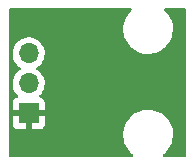
<source format=gbr>
%TF.GenerationSoftware,KiCad,Pcbnew,(6.0.2-0)*%
%TF.CreationDate,2022-08-03T15:23:41+02:00*%
%TF.ProjectId,Amon_led_board,416d6f6e-5f6c-4656-945f-626f6172642e,2*%
%TF.SameCoordinates,Original*%
%TF.FileFunction,Copper,L2,Bot*%
%TF.FilePolarity,Positive*%
%FSLAX46Y46*%
G04 Gerber Fmt 4.6, Leading zero omitted, Abs format (unit mm)*
G04 Created by KiCad (PCBNEW (6.0.2-0)) date 2022-08-03 15:23:41*
%MOMM*%
%LPD*%
G01*
G04 APERTURE LIST*
%TA.AperFunction,ComponentPad*%
%ADD10R,1.700000X1.700000*%
%TD*%
%TA.AperFunction,ComponentPad*%
%ADD11O,1.700000X1.700000*%
%TD*%
%TA.AperFunction,ViaPad*%
%ADD12C,0.700000*%
%TD*%
G04 APERTURE END LIST*
D10*
%TO.P,J1,1,Pin_1*%
%TO.N,GND*%
X139192000Y-96809800D03*
D11*
%TO.P,J1,2,Pin_2*%
%TO.N,Net-(J1-Pad2)*%
X139192000Y-94269800D03*
%TO.P,J1,3,Pin_3*%
%TO.N,Net-(J1-Pad3)*%
X139192000Y-91729800D03*
%TD*%
D12*
%TO.N,GND*%
X138379200Y-99500000D03*
X140055600Y-99500000D03*
X138430000Y-88800000D03*
X141833600Y-99500000D03*
X151600000Y-91300000D03*
X140055600Y-88800000D03*
X151600000Y-96800000D03*
X146913600Y-94335600D03*
X146913600Y-92405200D03*
%TD*%
%TA.AperFunction,Conductor*%
%TO.N,GND*%
G36*
X147863287Y-87904002D02*
G01*
X147909780Y-87957658D01*
X147919884Y-88027932D01*
X147890390Y-88092512D01*
X147880937Y-88102300D01*
X147759378Y-88215260D01*
X147577287Y-88437732D01*
X147427073Y-88682858D01*
X147311517Y-88946102D01*
X147232756Y-89222594D01*
X147192249Y-89507216D01*
X147192227Y-89511505D01*
X147192226Y-89511512D01*
X147190765Y-89790417D01*
X147190743Y-89794703D01*
X147228268Y-90079734D01*
X147304129Y-90357036D01*
X147305813Y-90360984D01*
X147397657Y-90576307D01*
X147416923Y-90621476D01*
X147564561Y-90868161D01*
X147744313Y-91092528D01*
X147761397Y-91108740D01*
X147919849Y-91259105D01*
X147952851Y-91290423D01*
X148186317Y-91458186D01*
X148190112Y-91460195D01*
X148190113Y-91460196D01*
X148211869Y-91471715D01*
X148440392Y-91592712D01*
X148710373Y-91691511D01*
X148991264Y-91752755D01*
X149019841Y-91755004D01*
X149214282Y-91770307D01*
X149214291Y-91770307D01*
X149216739Y-91770500D01*
X149372271Y-91770500D01*
X149374407Y-91770354D01*
X149374418Y-91770354D01*
X149582548Y-91756165D01*
X149582554Y-91756164D01*
X149586825Y-91755873D01*
X149591020Y-91755004D01*
X149591022Y-91755004D01*
X149727584Y-91726723D01*
X149868342Y-91697574D01*
X150139343Y-91601607D01*
X150322329Y-91507161D01*
X150391005Y-91471715D01*
X150391006Y-91471715D01*
X150394812Y-91469750D01*
X150398313Y-91467289D01*
X150398317Y-91467287D01*
X150512417Y-91387096D01*
X150630023Y-91304441D01*
X150840622Y-91108740D01*
X151022713Y-90886268D01*
X151172927Y-90641142D01*
X151288483Y-90377898D01*
X151289966Y-90372694D01*
X151366068Y-90105534D01*
X151367244Y-90101406D01*
X151407751Y-89816784D01*
X151407845Y-89798951D01*
X151409235Y-89533583D01*
X151409235Y-89533576D01*
X151409257Y-89529297D01*
X151371732Y-89244266D01*
X151295871Y-88966964D01*
X151183077Y-88702524D01*
X151035439Y-88455839D01*
X150855687Y-88231472D01*
X150852580Y-88228524D01*
X150852574Y-88228517D01*
X150718617Y-88101397D01*
X150682972Y-88039997D01*
X150686181Y-87969073D01*
X150727225Y-87911143D01*
X150793073Y-87884599D01*
X150805349Y-87884000D01*
X152366000Y-87884000D01*
X152434121Y-87904002D01*
X152480614Y-87957658D01*
X152492000Y-88010000D01*
X152492000Y-100366000D01*
X152471998Y-100434121D01*
X152418342Y-100480614D01*
X152366000Y-100492000D01*
X150677329Y-100492000D01*
X150609208Y-100471998D01*
X150562715Y-100418342D01*
X150552611Y-100348068D01*
X150582105Y-100283488D01*
X150604879Y-100262913D01*
X150626512Y-100247710D01*
X150626525Y-100247699D01*
X150630023Y-100245241D01*
X150840622Y-100049540D01*
X151022713Y-99827068D01*
X151172927Y-99581942D01*
X151288483Y-99318698D01*
X151367244Y-99042206D01*
X151407751Y-98757584D01*
X151407845Y-98739751D01*
X151409235Y-98474383D01*
X151409235Y-98474376D01*
X151409257Y-98470097D01*
X151371732Y-98185066D01*
X151295871Y-97907764D01*
X151240268Y-97777406D01*
X151184763Y-97647276D01*
X151184761Y-97647272D01*
X151183077Y-97643324D01*
X151035439Y-97396639D01*
X150855687Y-97172272D01*
X150647149Y-96974377D01*
X150413683Y-96806614D01*
X150391843Y-96795050D01*
X150368654Y-96782772D01*
X150159608Y-96672088D01*
X149889627Y-96573289D01*
X149608736Y-96512045D01*
X149577685Y-96509601D01*
X149385718Y-96494493D01*
X149385709Y-96494493D01*
X149383261Y-96494300D01*
X149227729Y-96494300D01*
X149225593Y-96494446D01*
X149225582Y-96494446D01*
X149017452Y-96508635D01*
X149017446Y-96508636D01*
X149013175Y-96508927D01*
X149008980Y-96509796D01*
X149008978Y-96509796D01*
X148874307Y-96537685D01*
X148731658Y-96567226D01*
X148460657Y-96663193D01*
X148205188Y-96795050D01*
X148201687Y-96797511D01*
X148201683Y-96797513D01*
X148191594Y-96804604D01*
X147969977Y-96960359D01*
X147759378Y-97156060D01*
X147577287Y-97378532D01*
X147427073Y-97623658D01*
X147311517Y-97886902D01*
X147232756Y-98163394D01*
X147192249Y-98448016D01*
X147192227Y-98452305D01*
X147192226Y-98452312D01*
X147190765Y-98731217D01*
X147190743Y-98735503D01*
X147228268Y-99020534D01*
X147304129Y-99297836D01*
X147416923Y-99562276D01*
X147564561Y-99808961D01*
X147744313Y-100033328D01*
X147952851Y-100231223D01*
X147998019Y-100263680D01*
X148041665Y-100319672D01*
X148048111Y-100390375D01*
X148015308Y-100453340D01*
X147953672Y-100488574D01*
X147924491Y-100492000D01*
X137634000Y-100492000D01*
X137565879Y-100471998D01*
X137519386Y-100418342D01*
X137508000Y-100366000D01*
X137508000Y-97704469D01*
X137834001Y-97704469D01*
X137834371Y-97711290D01*
X137839895Y-97762152D01*
X137843521Y-97777404D01*
X137888676Y-97897854D01*
X137897214Y-97913449D01*
X137973715Y-98015524D01*
X137986276Y-98028085D01*
X138088351Y-98104586D01*
X138103946Y-98113124D01*
X138224394Y-98158278D01*
X138239649Y-98161905D01*
X138290514Y-98167431D01*
X138297328Y-98167800D01*
X138919885Y-98167800D01*
X138935124Y-98163325D01*
X138936329Y-98161935D01*
X138938000Y-98154252D01*
X138938000Y-98149684D01*
X139446000Y-98149684D01*
X139450475Y-98164923D01*
X139451865Y-98166128D01*
X139459548Y-98167799D01*
X140086669Y-98167799D01*
X140093490Y-98167429D01*
X140144352Y-98161905D01*
X140159604Y-98158279D01*
X140280054Y-98113124D01*
X140295649Y-98104586D01*
X140397724Y-98028085D01*
X140410285Y-98015524D01*
X140486786Y-97913449D01*
X140495324Y-97897854D01*
X140540478Y-97777406D01*
X140544105Y-97762151D01*
X140549631Y-97711286D01*
X140550000Y-97704472D01*
X140550000Y-97081915D01*
X140545525Y-97066676D01*
X140544135Y-97065471D01*
X140536452Y-97063800D01*
X139464115Y-97063800D01*
X139448876Y-97068275D01*
X139447671Y-97069665D01*
X139446000Y-97077348D01*
X139446000Y-98149684D01*
X138938000Y-98149684D01*
X138938000Y-97081915D01*
X138933525Y-97066676D01*
X138932135Y-97065471D01*
X138924452Y-97063800D01*
X137852116Y-97063800D01*
X137836877Y-97068275D01*
X137835672Y-97069665D01*
X137834001Y-97077348D01*
X137834001Y-97704469D01*
X137508000Y-97704469D01*
X137508000Y-94236495D01*
X137829251Y-94236495D01*
X137829548Y-94241648D01*
X137829548Y-94241651D01*
X137835011Y-94336390D01*
X137842110Y-94459515D01*
X137843247Y-94464561D01*
X137843248Y-94464567D01*
X137863119Y-94552739D01*
X137891222Y-94677439D01*
X137975266Y-94884416D01*
X138091987Y-95074888D01*
X138238250Y-95243738D01*
X138242225Y-95247038D01*
X138242231Y-95247044D01*
X138247425Y-95251356D01*
X138287059Y-95310260D01*
X138288555Y-95381241D01*
X138251439Y-95441762D01*
X138211168Y-95466280D01*
X138103946Y-95506476D01*
X138088351Y-95515014D01*
X137986276Y-95591515D01*
X137973715Y-95604076D01*
X137897214Y-95706151D01*
X137888676Y-95721746D01*
X137843522Y-95842194D01*
X137839895Y-95857449D01*
X137834369Y-95908314D01*
X137834000Y-95915128D01*
X137834000Y-96537685D01*
X137838475Y-96552924D01*
X137839865Y-96554129D01*
X137847548Y-96555800D01*
X140531884Y-96555800D01*
X140547123Y-96551325D01*
X140548328Y-96549935D01*
X140549999Y-96542252D01*
X140549999Y-95915131D01*
X140549629Y-95908310D01*
X140544105Y-95857448D01*
X140540479Y-95842196D01*
X140495324Y-95721746D01*
X140486786Y-95706151D01*
X140410285Y-95604076D01*
X140397724Y-95591515D01*
X140295649Y-95515014D01*
X140280054Y-95506476D01*
X140169813Y-95465148D01*
X140113049Y-95422506D01*
X140088349Y-95355945D01*
X140103557Y-95286596D01*
X140125104Y-95257915D01*
X140226430Y-95156944D01*
X140226440Y-95156932D01*
X140230096Y-95153289D01*
X140289594Y-95070489D01*
X140357435Y-94976077D01*
X140360453Y-94971877D01*
X140459430Y-94771611D01*
X140524370Y-94557869D01*
X140553529Y-94336390D01*
X140555156Y-94269800D01*
X140536852Y-94047161D01*
X140482431Y-93830502D01*
X140393354Y-93625640D01*
X140272014Y-93438077D01*
X140121670Y-93272851D01*
X140117619Y-93269652D01*
X140117615Y-93269648D01*
X139950414Y-93137600D01*
X139950410Y-93137598D01*
X139946359Y-93134398D01*
X139905053Y-93111596D01*
X139855084Y-93061164D01*
X139840312Y-92991721D01*
X139865428Y-92925316D01*
X139892780Y-92898709D01*
X139936603Y-92867450D01*
X140071860Y-92770973D01*
X140230096Y-92613289D01*
X140289594Y-92530489D01*
X140357435Y-92436077D01*
X140360453Y-92431877D01*
X140459430Y-92231611D01*
X140524370Y-92017869D01*
X140553529Y-91796390D01*
X140554595Y-91752755D01*
X140555074Y-91733165D01*
X140555074Y-91733161D01*
X140555156Y-91729800D01*
X140536852Y-91507161D01*
X140482431Y-91290502D01*
X140393354Y-91085640D01*
X140272014Y-90898077D01*
X140121670Y-90732851D01*
X140117619Y-90729652D01*
X140117615Y-90729648D01*
X139950414Y-90597600D01*
X139950410Y-90597598D01*
X139946359Y-90594398D01*
X139750789Y-90486438D01*
X139745920Y-90484714D01*
X139745916Y-90484712D01*
X139545087Y-90413595D01*
X139545083Y-90413594D01*
X139540212Y-90411869D01*
X139535119Y-90410962D01*
X139535116Y-90410961D01*
X139325373Y-90373600D01*
X139325367Y-90373599D01*
X139320284Y-90372694D01*
X139246452Y-90371792D01*
X139102081Y-90370028D01*
X139102079Y-90370028D01*
X139096911Y-90369965D01*
X138876091Y-90403755D01*
X138663756Y-90473157D01*
X138465607Y-90576307D01*
X138461474Y-90579410D01*
X138461471Y-90579412D01*
X138374384Y-90644799D01*
X138286965Y-90710435D01*
X138132629Y-90871938D01*
X138006743Y-91056480D01*
X137912688Y-91259105D01*
X137852989Y-91474370D01*
X137829251Y-91696495D01*
X137829548Y-91701648D01*
X137829548Y-91701651D01*
X137835011Y-91796390D01*
X137842110Y-91919515D01*
X137843247Y-91924561D01*
X137843248Y-91924567D01*
X137863119Y-92012739D01*
X137891222Y-92137439D01*
X137975266Y-92344416D01*
X138091987Y-92534888D01*
X138238250Y-92703738D01*
X138410126Y-92846432D01*
X138480595Y-92887611D01*
X138483445Y-92889276D01*
X138532169Y-92940914D01*
X138545240Y-93010697D01*
X138518509Y-93076469D01*
X138478055Y-93109827D01*
X138465607Y-93116307D01*
X138461474Y-93119410D01*
X138461471Y-93119412D01*
X138437247Y-93137600D01*
X138286965Y-93250435D01*
X138132629Y-93411938D01*
X138006743Y-93596480D01*
X137912688Y-93799105D01*
X137852989Y-94014370D01*
X137829251Y-94236495D01*
X137508000Y-94236495D01*
X137508000Y-88010000D01*
X137528002Y-87941879D01*
X137581658Y-87895386D01*
X137634000Y-87884000D01*
X147795166Y-87884000D01*
X147863287Y-87904002D01*
G37*
%TD.AperFunction*%
%TD*%
M02*

</source>
